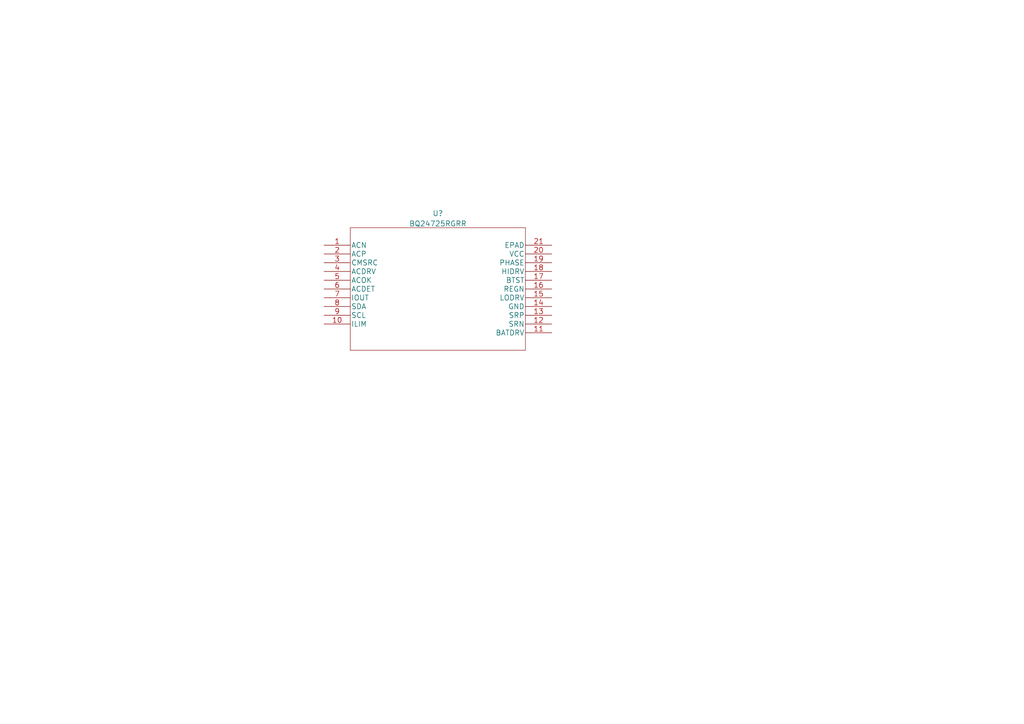
<source format=kicad_sch>
(kicad_sch (version 20211123) (generator eeschema)
  (paper "A4")
  (lib_symbols
    (symbol "BQ24725:BQ24725RGRR" (pin_names (offset 0.254))
      (property "Reference" "U" (at 33.02 10.16 0))
      (property "Value" "BQ24725RGRR" (at 33.02 7.62 0))
      (symbol "BQ24725RGRR_1_1"
        (polyline (pts (xy 7.62 -30.48) (xy 58.42 -30.48)) (stroke (width 0.127)))
        (polyline (pts (xy 7.62 5.08) (xy 7.62 -30.48)) (stroke (width 0.127)))
        (polyline (pts (xy 58.42 -30.48) (xy 58.42 5.08)) (stroke (width 0.127)))
        (polyline (pts (xy 58.42 5.08) (xy 7.62 5.08)) (stroke (width 0.127)))
        (pin input line (at 0 0 0) (length 7.62) (name "ACN") (number "1"))
        (pin input line (at 0 -22.86 0) (length 7.62) (name "ILIM") (number "10"))
        (pin output line (at 66.04 -25.4 180) (length 7.62) (name "BATDRV") (number "11"))
        (pin input line (at 66.04 -22.86 180) (length 7.62) (name "SRN") (number "12"))
        (pin input line (at 66.04 -20.32 180) (length 7.62) (name "SRP") (number "13"))
        (pin power_in line (at 66.04 -17.78 180) (length 7.62) (name "GND") (number "14"))
        (pin output line (at 66.04 -15.24 180) (length 7.62) (name "LODRV") (number "15"))
        (pin output line (at 66.04 -12.7 180) (length 7.62) (name "REGN") (number "16"))
        (pin power_in line (at 66.04 -10.16 180) (length 7.62) (name "BTST") (number "17"))
        (pin output line (at 66.04 -7.62 180) (length 7.62) (name "HIDRV") (number "18"))
        (pin power_in line (at 66.04 -5.08 180) (length 7.62) (name "PHASE") (number "19"))
        (pin input line (at 0 -2.54 0) (length 7.62) (name "ACP") (number "2"))
        (pin power_in line (at 66.04 -2.54 180) (length 7.62) (name "VCC") (number "20"))
        (pin power_in line (at 66.04 0 180) (length 7.62) (name "EPAD") (number "21"))
        (pin input line (at 0 -5.08 0) (length 7.62) (name "CMSRC") (number "3"))
        (pin input line (at 0 -7.62 0) (length 7.62) (name "ACDRV") (number "4"))
        (pin output line (at 0 -10.16 0) (length 7.62) (name "ACOK") (number "5"))
        (pin input line (at 0 -12.7 0) (length 7.62) (name "ACDET") (number "6"))
        (pin output line (at 0 -15.24 0) (length 7.62) (name "IOUT") (number "7"))
        (pin bidirectional line (at 0 -17.78 0) (length 7.62) (name "SDA") (number "8"))
        (pin input line (at 0 -20.32 0) (length 7.62) (name "SCL") (number "9"))
      )
    )
  )
  (symbol (lib_id "BQ24725:BQ24725RGRR") (at 93.98 71.12 0) (unit 1)
    (property "Reference" "U?" (at 127 61.8924 0) (effects (font (size 1.524 1.524))))
    (property "Value" "BQ24725RGRR" (at 127 64.8858 0) (effects (font (size 1.524 1.524))))
    (property "Footprint" "BQ24725:BQ24725RGRR" (effects hide))
    (property "Datasheet" "https://www.ti.com/lit/ds/symlink/bq24725.pdf?HQS=dis-dk-null-digikeymode-dsf-pf-null-wwe&ts=1661372015682&ref_url=https%253A%252F%252Fwww.ti.com%252Fgeneral%252Fdocs%252Fsuppproductinfo.tsp%253FdistId%253D10%2526gotoUrl%253Dhttps%253A%252F%252Fwww.ti.com%252Flit%252Fgpn%252Fbq24725" (effects hide))
    (property "MPN" "BQ24725RGRR" (effects hide))
    (property "Supplier Link" "https://www.digikey.ca/en/products/detail/texas-instruments/BQ24725RGRR/2352221" (effects hide))
  )
)
</source>
